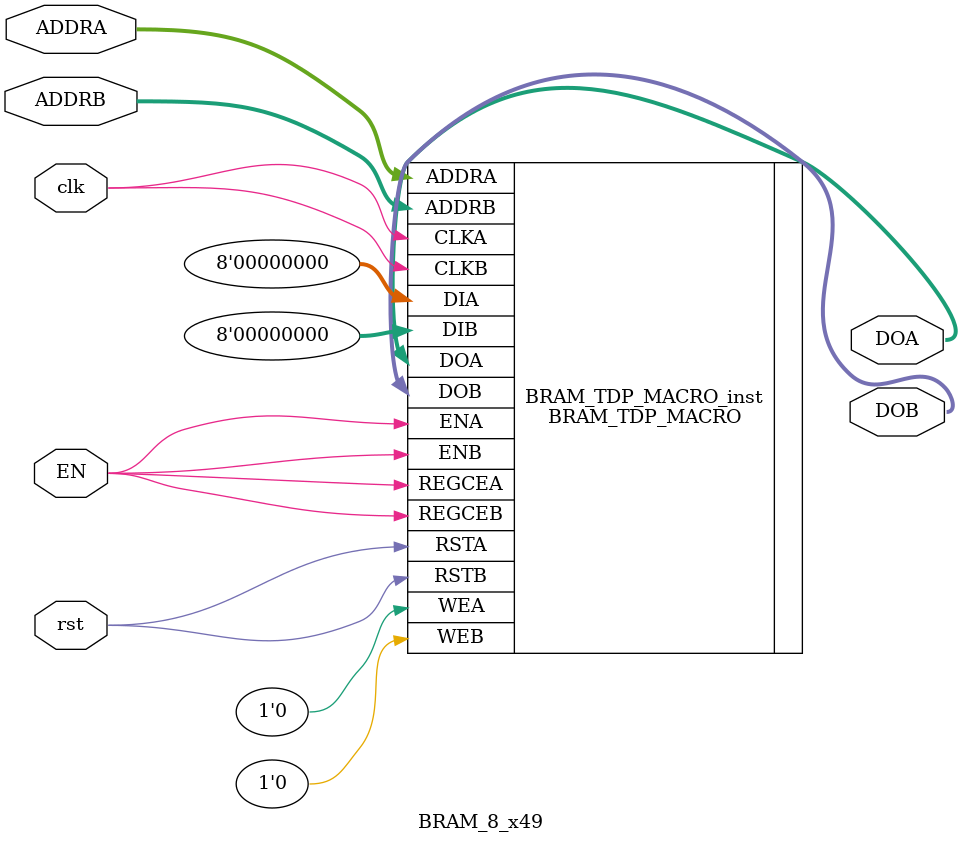
<source format=v>

module BRAM_8_x49(
    input [9:0] ADDRA,
    input [9:0] ADDRB,
    input clk,
    input rst, input EN,
    output [7:0] DOA,
    output [7:0] DOB
    );



// Spartan-6
// Xilinx HDL Libraries Guide, version 14.7
//////////////////////////////////////////////////////////////////////////
// DATA_WIDTH_A/B | BRAM_SIZE | RAM Depth | ADDRA/B Width | WEA/B Width //
// ===============|===========|===========|===============|=============//
// 19-36 | "18Kb" | 512 | 9-bit | 4-bit //
// 10-18 | "18Kb" | 1024 | 10-bit | 2-bit //
// 10-18 | "9Kb" | 512 | 9-bit | 2-bit //
// 5-9 | "18Kb" | 2048 | 11-bit | 1-bit //
// 5-9 | "9Kb" | 1024 | 10-bit | 1-bit //
// 3-4 | "18Kb" | 4096 | 12-bit | 1-bit //
// 3-4 | "9Kb" | 2048 | 11-bit | 1-bit //
// 2 | "18Kb" | 8192 | 13-bit | 1-bit //
// 2 | "9Kb" | 4096 | 12-bit | 1-bit //
// 1 | "18Kb" | 16384 | 14-bit | 1-bit //
// 1 | "9Kb" | 8192 | 12-bit | 1-bit //
//////////////////////////////////////////////////////////////////////////
BRAM_TDP_MACRO #(
	.BRAM_SIZE("9Kb"), // Target BRAM: "9Kb" or "18Kb"
	.DEVICE("SPARTAN6"), // Target device: "VIRTEX5", "VIRTEX6", "SPARTAN6"
	.DOA_REG(1), // Optional port A output register (0 or 1)
	.DOB_REG(1), // Optional port B output register (0 or 1)
	.INIT_A(36'h0123), // Initial values on port A output port
	.INIT_B(36'h3210), // Initial values on port B output port
	.INIT_FILE ("NONE"),
	.READ_WIDTH_A (8), // Valid values are 1-36
	.READ_WIDTH_B (8), // Valid values are 1-36
	.SIM_COLLISION_CHECK ("NONE"), // Collision check enable "ALL", "WARNING_ONLY",
	// "GENERATE_X_ONLY" or "NONE"
	.SRVAL_A(36'h00000000), // Set/Reset value for port A output
	.SRVAL_B(36'h00000000), // Set/Reset value for port B output
	.WRITE_MODE_A("WRITE_FIRST"), // "WRITE_FIRST", "READ_FIRST", or "NO_CHANGE"
	.WRITE_MODE_B("WRITE_FIRST"), // "WRITE_FIRST", "READ_FIRST", or "NO_CHANGE"
	.WRITE_WIDTH_A(8), // Valid values are 1-36
	.WRITE_WIDTH_B(8), // Valid values are 1-36
	
.INIT_00(256'h00EA1900E5000800F7A0110058000000564A000002000000A9000000B7000000),
.INIT_01(256'h7DAC30009A4623007E391300D3990000B2952900E4DF2B00B9000200A5000000),
.INIT_02(256'hC06E8400A100950037248C001C009D000BCE0000DB000000F48400006E000000),
.INIT_03(256'hF19ECE99A2C0EDA97C8563176591402784806DBE667E5F8E019BC830A92FFA00),
.INIT_04(256'hD0EE6B429A25D56339049F0018A4000041891121BAE2BE00C3008E0053000000),
.INIT_05(256'hB6B35959FE78E578B09D9D00933D0000BE4D233A47268E1BD3008C0041000000),
.INIT_06(256'h278E7F18E9C1C139943ED100311A4E002BE9987B5406375AF33A5D00E7BED300),
.INIT_07(256'h5F377CC8A348F0D98DCD6C451AD9C175EDEEBC8CA031219D5477C76272C37B52),
.INIT_08(256'hFB11E2FB1EFBF3FB0C5BEAFBA3FBFBFBADB1FBFBF9FBFBFB52FBFBFB4CFBFBFB),
.INIT_09(256'h8657CBFB61BDD8FB85C2E8FB2862FBFB496ED2FB1F24D0FB42FBF9FB5EFBFBFB),
.INIT_0A(256'h3B957FFB5AFB6EFBCCDF77FBE7FB66FBF035FBFB20FBFBFB0F7FFBFB95FBFBFB),
.INIT_0B(256'h0A653562593B1652877E98EC9E6ABBDC7F7B96459D85A475FA6033CB52D401FB),
.INIT_0C(256'h2B1590B961DE2E98C2FF64FBE35FFBFBBA72EADA411945FB38FB75FBA8FBFBFB),
.INIT_0D(256'h4D48A2A205831E834B6666FB68C6FBFB45B6D8C1BCDD75E028FB77FBBAFBFBFB),
.INIT_0E(256'hDC7584E3123A3AC26FC52AFBCAE1B5FBD0126380AFFDCCA108C1A6FB1C4528FB),
.INIT_0F(256'hA4CC873358B30B22763697BEE1223A8E161547775BCADA66AF8C3C99893880A9),
.INIT_10(256'h095BAC0045002900165E85005F00000059050000CE0000006F000000FD000000),
.INIT_11(256'hD7AEB5007FF5D400D9476100741900009EE91900EDECFD00B900E400CF000000),
.INIT_12(256'h03FFE000EB0065001CFAC900F1004C001FA100002C00000029A400001F000000),
.INIT_13(256'hECDDC7D8B270F48A16C0E72C4D68D47E97E459A61217EFF444F95052C40FE600),
.INIT_14(256'h51255CF8B31A779C34984F00B7C600005B216C646240C2008B00CA00D3000000),
.INIT_15(256'h4C13863B4A2C495FFB81AB009CDF00005F0EB6A7826FFCC35D002E00E1000000),
.INIT_16(256'h1EDC3ACA584711AE49531B006EA9540058D84656C51DE832BACBD200466F1800),
.INIT_17(256'h2629CAC5D6E057F3577D2138C6D5D86A074AC8272CDDD011C38296468974EA14),
.INIT_18(256'hF2A057FBBEFBD2FBEDA57EFBA4FBFBFBA2FEFBFB35FBFBFB94FBFBFB06FBFBFB),
.INIT_19(256'h2C554EFB840E2FFB22BC9AFB8FE2FBFB6512E2FB161706FB42FB1FFB34FBFBFB),
.INIT_1A(256'hF8041BFB10FB9EFBE70132FB0AFBB7FBE45AFBFBD7FBFBFBD25FFBFBE4FBFBFB),
.INIT_1B(256'h17263C23498B0F71ED3B1CD7B6932F856C1FA25DE9EC140FBF02ABA93FF41DFB),
.INIT_1C(256'hAADEA70348E18C67CF63B4FB4C3DFBFBA0DA979F99BB39FB70FB31FB28FBFBFB),
.INIT_1D(256'hB7E87DC0B1D7B2A4007A50FB6724FBFBA4F54D5C79940738A6FBD5FB1AFBFBFB),
.INIT_1E(256'hE527C131A3BCEA55B2A8E0FB9552AFFBA323BDAD3EE613C9413029FBBD94E3FB),
.INIT_1F(256'hDDD2313E2D1BAC08AC86DAC33D2E2391FCB133DCD7262BEA38796DBD728F11EF),



	
	//===============================================================================
	
	.INIT_20(256'h0000000000000000000000000000000000000000000000000000000000000000),
	.INIT_21(256'h0000000000000000000000000000000000000000000000000000000000000000),
	.INIT_22(256'h0000000000000000000000000000000000000000000000000000000000000000),
	.INIT_23(256'h0000000000000000000000000000000000000000000000000000000000000000),
	.INIT_24(256'h0000000000000000000000000000000000000000000000000000000000000000),
	.INIT_25(256'h0000000000000000000000000000000000000000000000000000000000000000),
	.INIT_26(256'h0000000000000000000000000000000000000000000000000000000000000000),
	.INIT_27(256'h0000000000000000000000000000000000000000000000000000000000000000),
	.INIT_28(256'h0000000000000000000000000000000000000000000000000000000000000000),
	.INIT_29(256'h0000000000000000000000000000000000000000000000000000000000000000),
	.INIT_2A(256'h0000000000000000000000000000000000000000000000000000000000000000),
	.INIT_2B(256'h0000000000000000000000000000000000000000000000000000000000000000),
	.INIT_2C(256'h0000000000000000000000000000000000000000000000000000000000000000),
	.INIT_2D(256'h0000000000000000000000000000000000000000000000000000000000000000),
	.INIT_2E(256'h0000000000000000000000000000000000000000000000000000000000000000),
	.INIT_2F(256'h0000000000000000000000000000000000000000000000000000000000000000),
	.INIT_30(256'h0000000000000000000000000000000000000000000000000000000000000000),
	.INIT_31(256'h0000000000000000000000000000000000000000000000000000000000000000),
	.INIT_32(256'h0000000000000000000000000000000000000000000000000000000000000000),
	.INIT_33(256'h0000000000000000000000000000000000000000000000000000000000000000),
	.INIT_34(256'h0000000000000000000000000000000000000000000000000000000000000000),
	.INIT_35(256'h0000000000000000000000000000000000000000000000000000000000000000),
	.INIT_36(256'h0000000000000000000000000000000000000000000000000000000000000000),
	.INIT_37(256'h0000000000000000000000000000000000000000000000000000000000000000),
	.INIT_38(256'h0000000000000000000000000000000000000000000000000000000000000000),
	.INIT_39(256'h0000000000000000000000000000000000000000000000000000000000000000),
	.INIT_3A(256'h0000000000000000000000000000000000000000000000000000000000000000),
	.INIT_3B(256'h0000000000000000000000000000000000000000000000000000000000000000),
	.INIT_3C(256'h0000000000000000000000000000000000000000000000000000000000000000),
	.INIT_3D(256'h0000000000000000000000000000000000000000000000000000000000000000),
	.INIT_3E(256'h0000000000000000000000000000000000000000000000000000000000000000),
	.INIT_3F(256'h0000000000000000000000000000000000000000000000000000000000000000),


	// The next set of INITP_xx are for the parity bits
	.INITP_00(256'h0000000000000000000000000000000000000000000000000000000000000000),
	.INITP_01(256'h0000000000000000000000000000000000000000000000000000000000000000),
	.INITP_02(256'h0000000000000000000000000000000000000000000000000000000000000000),
	.INITP_03(256'h0000000000000000000000000000000000000000000000000000000000000000),
	// The next set of INITP_xx are for "18Kb" configuration only
	.INITP_04(256'h0000000000000000000000000000000000000000000000000000000000000000),
	.INITP_05(256'h0000000000000000000000000000000000000000000000000000000000000000),
	.INITP_06(256'h0000000000000000000000000000000000000000000000000000000000000000),
	.INITP_07(256'h0000000000000000000000000000000000000000000000000000000000000000)
) BRAM_TDP_MACRO_inst (
	.DOA(DOA), // Output port-A data, width defined by READ_WIDTH_A parameter
	.DOB(DOB), // Output port-B data, width defined by READ_WIDTH_B parameter
	.ADDRA(ADDRA), // Input port-A address, width defined by Port A depth
	.ADDRB(ADDRB), // Input port-B address, width defined by Port B depth
	.CLKA(clk), // 1-bit input port-A clock
	.CLKB(clk), // 1-bit input port-B clock
	.DIA(8'h0), // Input port-A data, width defined by WRITE_WIDTH_A parameter
	.DIB(8'h0), // Input port-B data, width defined by WRITE_WIDTH_B parameter
	.ENA(EN), // 1-bit input port-A enable
	.ENB(EN), // 1-bit input port-B enable
	.REGCEA(EN), // 1-bit input port-A output register enable
	.REGCEB(EN), // 1-bit input port-B output register enable
	.RSTA(rst), // 1-bit input port-A reset
	.RSTB(rst), // 1-bit input port-B reset
	.WEA(1'b0), // Input port-A write enable, width defined by Port A depth
	.WEB(1'b0) // Input port-B write enable, width defined by Port B depth
);
// End of BRAM_TDP_MACRO_inst instantiation
endmodule

</source>
